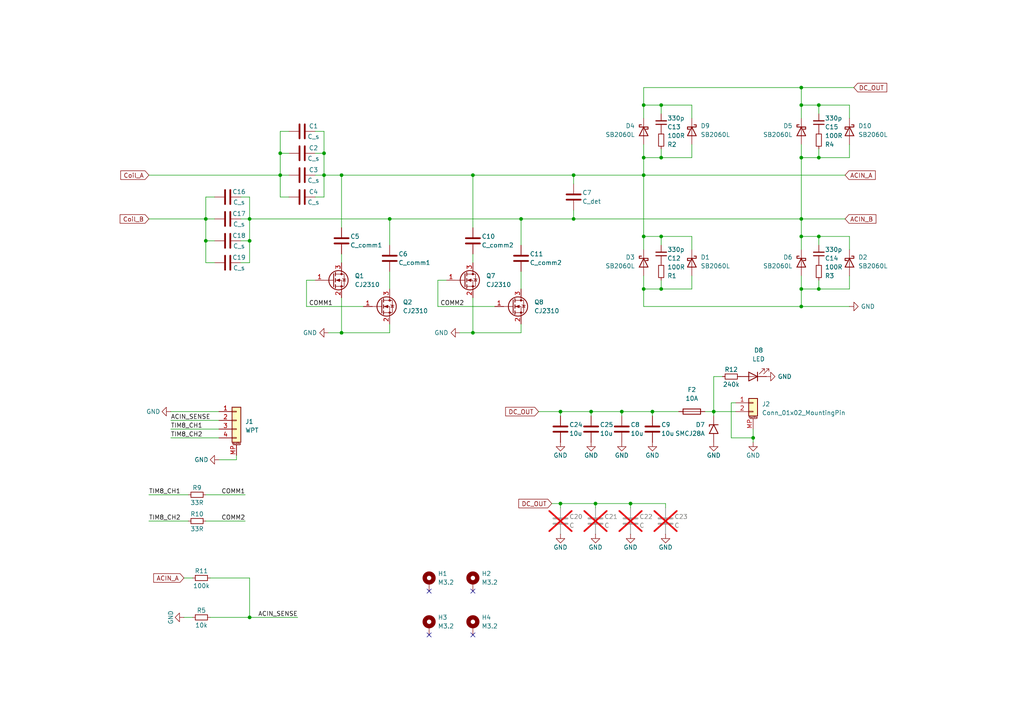
<source format=kicad_sch>
(kicad_sch (version 20231120) (generator "eeschema") (generator_version "8.0")
  (paper "A4")
  (lib_symbols
    (symbol "Connector_Generic_MountingPin:Conn_01x02_MountingPin" (pin_names (offset 1.016) hide)
      (property "Reference" "J" (at 0 2.54 0))
      (property "Value" "Conn_01x02_MountingPin" (at 1.27 -5.08 0))
      (symbol "Conn_01x02_MountingPin_1_1"
        (rectangle (start -1.27 -2.413) (end 0 -2.667) (stroke (width 0.1524)))
        (rectangle (start -1.27 0.127) (end 0 -0.127) (stroke (width 0.1524)))
        (rectangle (start -1.27 1.27) (end 1.27 -3.81) (stroke (width 0.254)) (fill (type background)))
        (polyline (pts (xy -1.016 -4.572) (xy 1.016 -4.572)) (stroke (width 0.1524)))
        (text "Mounting" (at 0 -4.191 0) (effects (font (size 0.381 0.381))))
        (pin passive line (at -5.08 0 0) (length 3.81) (name "Pin_1") (number "1"))
        (pin passive line (at -5.08 -2.54 0) (length 3.81) (name "Pin_2") (number "2"))
        (pin passive line (at 0 -7.62 90) (length 3.048) (name "MountPin") (number "MP"))
      )
    )
    (symbol "Connector_Generic_MountingPin:Conn_01x04_MountingPin" (pin_names (offset 1.016) hide)
      (property "Reference" "J" (at 0 5.08 0))
      (property "Value" "Conn_01x04_MountingPin" (at 1.27 -7.62 0))
      (symbol "Conn_01x04_MountingPin_1_1"
        (rectangle (start -1.27 -4.953) (end 0 -5.207) (stroke (width 0.1524)))
        (rectangle (start -1.27 -2.413) (end 0 -2.667) (stroke (width 0.1524)))
        (rectangle (start -1.27 0.127) (end 0 -0.127) (stroke (width 0.1524)))
        (rectangle (start -1.27 2.667) (end 0 2.413) (stroke (width 0.1524)))
        (rectangle (start -1.27 3.81) (end 1.27 -6.35) (stroke (width 0.254)) (fill (type background)))
        (polyline (pts (xy -1.016 -7.112) (xy 1.016 -7.112)) (stroke (width 0.1524)))
        (text "Mounting" (at 0 -6.731 0) (effects (font (size 0.381 0.381))))
        (pin passive line (at -5.08 2.54 0) (length 3.81) (name "Pin_1") (number "1"))
        (pin passive line (at -5.08 0 0) (length 3.81) (name "Pin_2") (number "2"))
        (pin passive line (at -5.08 -2.54 0) (length 3.81) (name "Pin_3") (number "3"))
        (pin passive line (at -5.08 -5.08 0) (length 3.81) (name "Pin_4") (number "4"))
        (pin passive line (at 0 -10.16 90) (length 3.048) (name "MountPin") (number "MP"))
      )
    )
    (symbol "Device:C" (pin_numbers hide) (pin_names (offset 0.254))
      (property "Reference" "C" (at 0.635 2.54 0))
      (property "Value" "C" (at 0.635 -2.54 0))
      (symbol "C_0_1"
        (polyline (pts (xy -2.032 -0.762) (xy 2.032 -0.762)) (stroke (width 0.508)))
        (polyline (pts (xy -2.032 0.762) (xy 2.032 0.762)) (stroke (width 0.508)))
      )
      (symbol "C_1_1"
        (pin passive line (at 0 3.81 270) (length 2.794) (name "~") (number "1"))
        (pin passive line (at 0 -3.81 90) (length 2.794) (name "~") (number "2"))
      )
    )
    (symbol "Device:C_Small" (pin_numbers hide) (pin_names (offset 0.254) hide)
      (property "Reference" "C" (at 0.254 1.778 0))
      (property "Value" "C_Small" (at 0.254 -2.032 0))
      (symbol "C_Small_0_1"
        (polyline (pts (xy -1.524 -0.508) (xy 1.524 -0.508)) (stroke (width 0.3302)))
        (polyline (pts (xy -1.524 0.508) (xy 1.524 0.508)) (stroke (width 0.3048)))
      )
      (symbol "C_Small_1_1"
        (pin passive line (at 0 2.54 270) (length 2.032) (name "~") (number "1"))
        (pin passive line (at 0 -2.54 90) (length 2.032) (name "~") (number "2"))
      )
    )
    (symbol "Device:D_Schottky" (pin_numbers hide) (pin_names (offset 1.016) hide)
      (property "Reference" "D" (at 0 2.54 0))
      (property "Value" "D_Schottky" (at 0 -2.54 0))
      (symbol "D_Schottky_0_1"
        (polyline (pts (xy 1.27 0) (xy -1.27 0)))
        (polyline (pts (xy 1.27 1.27) (xy 1.27 -1.27) (xy -1.27 0) (xy 1.27 1.27)) (stroke (width 0.254)))
        (polyline (pts (xy -1.905 0.635) (xy -1.905 1.27) (xy -1.27 1.27) (xy -1.27 -1.27) (xy -0.635 -1.27) (xy -0.635 -0.635)) (stroke (width 0.254)))
      )
      (symbol "D_Schottky_1_1"
        (pin passive line (at -3.81 0 0) (length 2.54) (name "K") (number "1"))
        (pin passive line (at 3.81 0 180) (length 2.54) (name "A") (number "2"))
      )
    )
    (symbol "Device:Fuse" (pin_numbers hide) (pin_names (offset 0))
      (property "Reference" "F" (at 2.032 0 90))
      (property "Value" "Fuse" (at -1.905 0 90))
      (symbol "Fuse_0_1"
        (rectangle (start -0.762 -2.54) (end 0.762 2.54) (stroke (width 0.254)))
        (polyline (pts (xy 0 2.54) (xy 0 -2.54)))
      )
      (symbol "Fuse_1_1"
        (pin passive line (at 0 3.81 270) (length 1.27) (name "~") (number "1"))
        (pin passive line (at 0 -3.81 90) (length 1.27) (name "~") (number "2"))
      )
    )
    (symbol "Device:LED" (pin_numbers hide) (pin_names (offset 1.016) hide)
      (property "Reference" "D" (at 0 2.54 0))
      (property "Value" "LED" (at 0 -2.54 0))
      (symbol "LED_0_1"
        (polyline (pts (xy -1.27 -1.27) (xy -1.27 1.27)) (stroke (width 0.254)))
        (polyline (pts (xy -1.27 0) (xy 1.27 0)))
        (polyline (pts (xy 1.27 -1.27) (xy 1.27 1.27) (xy -1.27 0) (xy 1.27 -1.27)) (stroke (width 0.254)))
        (polyline (pts (xy -3.048 -0.762) (xy -4.572 -2.286) (xy -3.81 -2.286) (xy -4.572 -2.286) (xy -4.572 -1.524)))
        (polyline (pts (xy -1.778 -0.762) (xy -3.302 -2.286) (xy -2.54 -2.286) (xy -3.302 -2.286) (xy -3.302 -1.524)))
      )
      (symbol "LED_1_1"
        (pin passive line (at -3.81 0 0) (length 2.54) (name "K") (number "1"))
        (pin passive line (at 3.81 0 180) (length 2.54) (name "A") (number "2"))
      )
    )
    (symbol "Device:R_Small" (pin_numbers hide) (pin_names (offset 0.254) hide)
      (property "Reference" "R" (at 0.762 0.508 0))
      (property "Value" "R_Small" (at 0.762 -1.016 0))
      (symbol "R_Small_0_1"
        (rectangle (start -0.762 1.778) (end 0.762 -1.778) (stroke (width 0.2032)))
      )
      (symbol "R_Small_1_1"
        (pin passive line (at 0 2.54 270) (length 0.762) (name "~") (number "1"))
        (pin passive line (at 0 -2.54 90) (length 0.762) (name "~") (number "2"))
      )
    )
    (symbol "Diode:1.5SMCxxA" (pin_numbers hide) (pin_names (offset 1.016) hide)
      (property "Reference" "D" (at 0 2.54 0))
      (property "Value" "1.5SMCxxA" (at 0 -2.54 0))
      (symbol "1.5SMCxxA_0_1"
        (polyline (pts (xy -0.762 1.27) (xy -1.27 1.27) (xy -1.27 -1.27)) (stroke (width 0.254)))
        (polyline (pts (xy 1.27 1.27) (xy 1.27 -1.27) (xy -1.27 0) (xy 1.27 1.27)) (stroke (width 0.254)))
      )
      (symbol "1.5SMCxxA_1_1"
        (pin passive line (at -3.81 0 0) (length 2.54) (name "A1") (number "1"))
        (pin passive line (at 3.81 0 180) (length 2.54) (name "A2") (number "2"))
      )
    )
    (symbol "Mechanical:MountingHole_Pad" (pin_numbers hide) (pin_names (offset 1.016) hide) (exclude_from_sim yes) (in_bom no)
      (property "Reference" "H" (at 0 6.35 0))
      (property "Value" "MountingHole_Pad" (at 0 4.445 0))
      (symbol "MountingHole_Pad_0_1"
        (circle (center 0 1.27) (radius 1.27) (stroke (width 1.27)))
      )
      (symbol "MountingHole_Pad_1_1"
        (pin input line (at 0 -2.54 90) (length 2.54) (name "1") (number "1"))
      )
    )
    (symbol "Transistor_FET:2N7002" (pin_names hide)
      (property "Reference" "Q" (at 5.08 1.905 0))
      (property "Value" "2N7002" (at 5.08 0 0))
      (symbol "2N7002_0_1"
        (polyline (pts (xy 0.254 0) (xy -2.54 0)))
        (polyline (pts (xy 0.254 1.905) (xy 0.254 -1.905)) (stroke (width 0.254)))
        (polyline (pts (xy 0.762 -1.27) (xy 0.762 -2.286)) (stroke (width 0.254)))
        (polyline (pts (xy 0.762 0.508) (xy 0.762 -0.508)) (stroke (width 0.254)))
        (polyline (pts (xy 0.762 2.286) (xy 0.762 1.27)) (stroke (width 0.254)))
        (polyline (pts (xy 2.54 2.54) (xy 2.54 1.778)))
        (polyline (pts (xy 2.54 -2.54) (xy 2.54 0) (xy 0.762 0)))
        (polyline (pts (xy 0.762 -1.778) (xy 3.302 -1.778) (xy 3.302 1.778) (xy 0.762 1.778)))
        (polyline (pts (xy 1.016 0) (xy 2.032 0.381) (xy 2.032 -0.381) (xy 1.016 0)) (fill (type outline)))
        (polyline (pts (xy 2.794 0.508) (xy 2.921 0.381) (xy 3.683 0.381) (xy 3.81 0.254)))
        (polyline (pts (xy 3.302 0.381) (xy 2.921 -0.254) (xy 3.683 -0.254) (xy 3.302 0.381)))
        (circle (center 1.651 0) (radius 2.794) (stroke (width 0.254)))
        (circle (center 2.54 -1.778) (radius 0.254) (fill (type outline)))
        (circle (center 2.54 1.778) (radius 0.254) (fill (type outline)))
      )
      (symbol "2N7002_1_1"
        (pin input line (at -5.08 0 0) (length 2.54) (name "G") (number "1"))
        (pin passive line (at 2.54 -5.08 90) (length 2.54) (name "S") (number "2"))
        (pin passive line (at 2.54 5.08 270) (length 2.54) (name "D") (number "3"))
      )
    )
    (symbol "power:GND" (power) (pin_numbers hide) (pin_names (offset 0) hide)
      (property "Value" "GND" (at 0 -3.81 0))
      (symbol "GND_0_1"
        (polyline (pts (xy 0 0) (xy 0 -1.27) (xy 1.27 -1.27) (xy 0 -2.54) (xy -1.27 -1.27) (xy 0 -1.27)))
      )
      (symbol "GND_1_1"
        (pin power_in line (at 0 0 270) (length 0) (name "~") (number "1"))
      )
    )
  )
  (junction (at 59.69 63.5))
  (junction (at 93.98 50.8))
  (junction (at 162.56 146.05))
  (junction (at 186.69 83.82))
  (junction (at 232.41 45.72))
  (junction (at 166.37 50.8))
  (junction (at 72.39 179.07))
  (junction (at 237.49 30.48))
  (junction (at 99.06 96.52))
  (junction (at 191.77 68.58))
  (junction (at 166.37 63.5))
  (junction (at 191.77 83.82))
  (junction (at 151.13 63.5))
  (junction (at 191.77 45.72))
  (junction (at 191.77 30.48))
  (junction (at 218.44 127))
  (junction (at 72.39 63.5))
  (junction (at 113.03 63.5))
  (junction (at 207.01 119.38))
  (junction (at 93.98 44.45))
  (junction (at 186.69 30.48))
  (junction (at 81.28 50.8))
  (junction (at 237.49 45.72))
  (junction (at 237.49 83.82))
  (junction (at 186.69 68.58))
  (junction (at 232.41 63.5))
  (junction (at 232.41 25.4))
  (junction (at 237.49 68.58))
  (junction (at 232.41 83.82))
  (junction (at 232.41 68.58))
  (junction (at 162.56 119.38))
  (junction (at 232.41 88.9))
  (junction (at 171.45 119.38))
  (junction (at 137.16 96.52))
  (junction (at 186.69 50.8))
  (junction (at 172.72 146.05))
  (junction (at 182.88 146.05))
  (junction (at 137.16 50.8))
  (junction (at 232.41 30.48))
  (junction (at 81.28 44.45))
  (junction (at 59.69 69.85))
  (junction (at 72.39 69.85))
  (junction (at 186.69 45.72))
  (junction (at 180.34 119.38))
  (junction (at 99.06 50.8))
  (junction (at 189.23 119.38))
  (no_connect (at 137.16 184.15))
  (no_connect (at 137.16 171.45))
  (no_connect (at 124.46 171.45))
  (no_connect (at 124.46 184.15))
  (wire (pts (xy 182.88 146.05) (xy 182.88 147.32)))
  (wire (pts (xy 43.18 143.51) (xy 54.61 143.51)))
  (wire (pts (xy 59.69 63.5) (xy 62.23 63.5)))
  (wire (pts (xy 72.39 63.5) (xy 72.39 57.15)))
  (wire (pts (xy 193.04 146.05) (xy 193.04 147.32)))
  (wire (pts (xy 83.82 50.8) (xy 81.28 50.8)))
  (wire (pts (xy 81.28 38.1) (xy 81.28 44.45)))
  (wire (pts (xy 204.47 119.38) (xy 207.01 119.38)))
  (wire (pts (xy 53.34 179.07) (xy 55.88 179.07)))
  (wire (pts (xy 191.77 43.18) (xy 191.77 45.72)))
  (wire (pts (xy 59.69 143.51) (xy 71.12 143.51)))
  (wire (pts (xy 69.85 69.85) (xy 72.39 69.85)))
  (wire (pts (xy 151.13 63.5) (xy 166.37 63.5)))
  (wire (pts (xy 246.38 41.91) (xy 246.38 45.72)))
  (wire (pts (xy 166.37 63.5) (xy 232.41 63.5)))
  (wire (pts (xy 53.34 167.64) (xy 55.88 167.64)))
  (wire (pts (xy 232.41 83.82) (xy 232.41 80.01)))
  (wire (pts (xy 186.69 88.9) (xy 232.41 88.9)))
  (wire (pts (xy 113.03 63.5) (xy 151.13 63.5)))
  (wire (pts (xy 68.58 132.08) (xy 68.58 133.35)))
  (wire (pts (xy 191.77 68.58) (xy 186.69 68.58)))
  (wire (pts (xy 59.69 63.5) (xy 59.69 69.85)))
  (wire (pts (xy 237.49 68.58) (xy 232.41 68.58)))
  (wire (pts (xy 99.06 76.2) (xy 99.06 73.66)))
  (wire (pts (xy 137.16 50.8) (xy 166.37 50.8)))
  (wire (pts (xy 232.41 41.91) (xy 232.41 45.72)))
  (wire (pts (xy 237.49 43.18) (xy 237.49 45.72)))
  (wire (pts (xy 218.44 127) (xy 218.44 128.27)))
  (wire (pts (xy 137.16 86.36) (xy 137.16 96.52)))
  (wire (pts (xy 62.23 57.15) (xy 59.69 57.15)))
  (wire (pts (xy 69.85 63.5) (xy 72.39 63.5)))
  (wire (pts (xy 200.66 68.58) (xy 191.77 68.58)))
  (wire (pts (xy 191.77 45.72) (xy 186.69 45.72)))
  (wire (pts (xy 186.69 68.58) (xy 186.69 72.39)))
  (wire (pts (xy 83.82 38.1) (xy 81.28 38.1)))
  (wire (pts (xy 133.35 96.52) (xy 137.16 96.52)))
  (wire (pts (xy 191.77 83.82) (xy 186.69 83.82)))
  (wire (pts (xy 237.49 83.82) (xy 232.41 83.82)))
  (wire (pts (xy 91.44 57.15) (xy 93.98 57.15)))
  (wire (pts (xy 151.13 71.12) (xy 151.13 63.5)))
  (wire (pts (xy 72.39 69.85) (xy 72.39 63.5)))
  (wire (pts (xy 218.44 127) (xy 212.09 127)))
  (wire (pts (xy 95.25 96.52) (xy 99.06 96.52)))
  (wire (pts (xy 200.66 34.29) (xy 200.66 30.48)))
  (wire (pts (xy 186.69 83.82) (xy 186.69 88.9)))
  (wire (pts (xy 151.13 78.74) (xy 151.13 83.82)))
  (wire (pts (xy 137.16 76.2) (xy 137.16 73.66)))
  (wire (pts (xy 72.39 167.64) (xy 60.96 167.64)))
  (wire (pts (xy 207.01 119.38) (xy 207.01 120.65)))
  (wire (pts (xy 88.9 88.9) (xy 88.9 81.28)))
  (wire (pts (xy 156.21 119.38) (xy 162.56 119.38)))
  (wire (pts (xy 232.41 63.5) (xy 245.11 63.5)))
  (wire (pts (xy 200.66 83.82) (xy 191.77 83.82)))
  (wire (pts (xy 162.56 119.38) (xy 162.56 120.65)))
  (wire (pts (xy 99.06 50.8) (xy 99.06 66.04)))
  (wire (pts (xy 191.77 68.58) (xy 191.77 71.12)))
  (wire (pts (xy 232.41 68.58) (xy 232.41 72.39)))
  (wire (pts (xy 43.18 50.8) (xy 81.28 50.8)))
  (wire (pts (xy 93.98 50.8) (xy 99.06 50.8)))
  (wire (pts (xy 232.41 88.9) (xy 246.38 88.9)))
  (wire (pts (xy 72.39 179.07) (xy 72.39 167.64)))
  (wire (pts (xy 246.38 83.82) (xy 237.49 83.82)))
  (wire (pts (xy 237.49 81.28) (xy 237.49 83.82)))
  (wire (pts (xy 246.38 72.39) (xy 246.38 68.58)))
  (wire (pts (xy 232.41 25.4) (xy 232.41 30.48)))
  (wire (pts (xy 72.39 76.2) (xy 72.39 69.85)))
  (wire (pts (xy 49.53 121.92) (xy 63.5 121.92)))
  (wire (pts (xy 200.66 80.01) (xy 200.66 83.82)))
  (wire (pts (xy 160.02 146.05) (xy 162.56 146.05)))
  (wire (pts (xy 186.69 25.4) (xy 232.41 25.4)))
  (wire (pts (xy 200.66 72.39) (xy 200.66 68.58)))
  (wire (pts (xy 113.03 71.12) (xy 113.03 63.5)))
  (wire (pts (xy 72.39 63.5) (xy 113.03 63.5)))
  (wire (pts (xy 212.09 116.84) (xy 213.36 116.84)))
  (wire (pts (xy 88.9 81.28) (xy 91.44 81.28)))
  (wire (pts (xy 162.56 146.05) (xy 172.72 146.05)))
  (wire (pts (xy 246.38 68.58) (xy 237.49 68.58)))
  (wire (pts (xy 207.01 119.38) (xy 213.36 119.38)))
  (wire (pts (xy 113.03 96.52) (xy 113.03 93.98)))
  (wire (pts (xy 59.69 76.2) (xy 62.23 76.2)))
  (wire (pts (xy 162.56 119.38) (xy 171.45 119.38)))
  (wire (pts (xy 186.69 50.8) (xy 186.69 68.58)))
  (wire (pts (xy 166.37 60.96) (xy 166.37 63.5)))
  (wire (pts (xy 186.69 50.8) (xy 245.11 50.8)))
  (wire (pts (xy 191.77 30.48) (xy 191.77 33.02)))
  (wire (pts (xy 99.06 50.8) (xy 137.16 50.8)))
  (wire (pts (xy 127 88.9) (xy 127 81.28)))
  (wire (pts (xy 200.66 30.48) (xy 191.77 30.48)))
  (wire (pts (xy 83.82 44.45) (xy 81.28 44.45)))
  (wire (pts (xy 81.28 57.15) (xy 83.82 57.15)))
  (wire (pts (xy 189.23 119.38) (xy 189.23 120.65)))
  (wire (pts (xy 186.69 34.29) (xy 186.69 30.48)))
  (wire (pts (xy 49.53 119.38) (xy 63.5 119.38)))
  (wire (pts (xy 186.69 30.48) (xy 186.69 25.4)))
  (wire (pts (xy 59.69 69.85) (xy 59.69 76.2)))
  (wire (pts (xy 237.49 30.48) (xy 232.41 30.48)))
  (wire (pts (xy 237.49 30.48) (xy 237.49 33.02)))
  (wire (pts (xy 232.41 30.48) (xy 232.41 34.29)))
  (wire (pts (xy 232.41 25.4) (xy 247.65 25.4)))
  (wire (pts (xy 81.28 50.8) (xy 81.28 57.15)))
  (wire (pts (xy 72.39 179.07) (xy 86.36 179.07)))
  (wire (pts (xy 191.77 81.28) (xy 191.77 83.82)))
  (wire (pts (xy 69.85 76.2) (xy 72.39 76.2)))
  (wire (pts (xy 127 81.28) (xy 129.54 81.28)))
  (wire (pts (xy 49.53 124.46) (xy 63.5 124.46)))
  (wire (pts (xy 105.41 88.9) (xy 88.9 88.9)))
  (wire (pts (xy 209.55 109.22) (xy 207.01 109.22)))
  (wire (pts (xy 172.72 146.05) (xy 182.88 146.05)))
  (wire (pts (xy 93.98 57.15) (xy 93.98 50.8)))
  (wire (pts (xy 62.23 69.85) (xy 59.69 69.85)))
  (wire (pts (xy 99.06 86.36) (xy 99.06 96.52)))
  (wire (pts (xy 49.53 127) (xy 63.5 127)))
  (wire (pts (xy 232.41 88.9) (xy 232.41 83.82)))
  (wire (pts (xy 186.69 80.01) (xy 186.69 83.82)))
  (wire (pts (xy 246.38 30.48) (xy 237.49 30.48)))
  (wire (pts (xy 232.41 45.72) (xy 237.49 45.72)))
  (wire (pts (xy 137.16 50.8) (xy 137.16 66.04)))
  (wire (pts (xy 237.49 68.58) (xy 237.49 71.12)))
  (wire (pts (xy 218.44 124.46) (xy 218.44 127)))
  (wire (pts (xy 186.69 41.91) (xy 186.69 45.72)))
  (wire (pts (xy 232.41 63.5) (xy 232.41 68.58)))
  (wire (pts (xy 81.28 44.45) (xy 81.28 50.8)))
  (wire (pts (xy 189.23 119.38) (xy 196.85 119.38)))
  (wire (pts (xy 43.18 151.13) (xy 54.61 151.13)))
  (wire (pts (xy 93.98 44.45) (xy 93.98 38.1)))
  (wire (pts (xy 99.06 96.52) (xy 113.03 96.52)))
  (wire (pts (xy 200.66 41.91) (xy 200.66 45.72)))
  (wire (pts (xy 246.38 45.72) (xy 237.49 45.72)))
  (wire (pts (xy 246.38 34.29) (xy 246.38 30.48)))
  (wire (pts (xy 91.44 50.8) (xy 93.98 50.8)))
  (wire (pts (xy 91.44 38.1) (xy 93.98 38.1)))
  (wire (pts (xy 93.98 50.8) (xy 93.98 44.45)))
  (wire (pts (xy 151.13 96.52) (xy 151.13 93.98)))
  (wire (pts (xy 63.5 133.35) (xy 68.58 133.35)))
  (wire (pts (xy 180.34 119.38) (xy 180.34 120.65)))
  (wire (pts (xy 200.66 45.72) (xy 191.77 45.72)))
  (wire (pts (xy 171.45 119.38) (xy 180.34 119.38)))
  (wire (pts (xy 59.69 151.13) (xy 71.12 151.13)))
  (wire (pts (xy 212.09 127) (xy 212.09 116.84)))
  (wire (pts (xy 207.01 109.22) (xy 207.01 119.38)))
  (wire (pts (xy 186.69 45.72) (xy 186.69 50.8)))
  (wire (pts (xy 180.34 119.38) (xy 189.23 119.38)))
  (wire (pts (xy 143.51 88.9) (xy 127 88.9)))
  (wire (pts (xy 246.38 80.01) (xy 246.38 83.82)))
  (wire (pts (xy 171.45 119.38) (xy 171.45 120.65)))
  (wire (pts (xy 191.77 30.48) (xy 186.69 30.48)))
  (wire (pts (xy 60.96 179.07) (xy 72.39 179.07)))
  (wire (pts (xy 182.88 146.05) (xy 193.04 146.05)))
  (wire (pts (xy 69.85 57.15) (xy 72.39 57.15)))
  (wire (pts (xy 232.41 45.72) (xy 232.41 63.5)))
  (wire (pts (xy 59.69 57.15) (xy 59.69 63.5)))
  (wire (pts (xy 166.37 50.8) (xy 186.69 50.8)))
  (wire (pts (xy 137.16 96.52) (xy 151.13 96.52)))
  (wire (pts (xy 162.56 146.05) (xy 162.56 147.32)))
  (wire (pts (xy 113.03 78.74) (xy 113.03 83.82)))
  (wire (pts (xy 43.18 63.5) (xy 59.69 63.5)))
  (wire (pts (xy 91.44 44.45) (xy 93.98 44.45)))
  (wire (pts (xy 166.37 50.8) (xy 166.37 53.34)))
  (wire (pts (xy 172.72 146.05) (xy 172.72 147.32)))
  (label "COMM1" (at 71.12 143.51 180))
  (label "TIM8_CH1" (at 49.53 124.46 0))
  (label "TIM8_CH1" (at 43.18 143.51 0))
  (label "ACIN_SENSE" (at 86.36 179.07 180))
  (label "TIM8_CH2" (at 49.53 127 0))
  (label "COMM2" (at 134.62 88.9 180))
  (label "COMM1" (at 96.52 88.9 180))
  (label "TIM8_CH2" (at 43.18 151.13 0))
  (label "COMM2" (at 71.12 151.13 180))
  (label "ACIN_SENSE" (at 49.53 121.92 0))
  (global_label "ACIN_A" (shape input) (at 53.34 167.64 180) (property "Intersheetrefs" "${INTERSHEET_REFS}" (effects (hide yes))))
  (global_label "DC_OUT" (shape input) (at 247.65 25.4 0) (property "Intersheetrefs" "${INTERSHEET_REFS}" (effects (hide yes))))
  (global_label "DC_OUT" (shape input) (at 160.02 146.05 180) (property "Intersheetrefs" "${INTERSHEET_REFS}" (effects (hide yes))))
  (global_label "Coil_B" (shape input) (at 43.18 63.5 180) (property "Intersheetrefs" "${INTERSHEET_REFS}" (effects (hide yes))))
  (global_label "ACIN_B" (shape input) (at 245.11 63.5 0) (property "Intersheetrefs" "${INTERSHEET_REFS}" (effects (hide yes))))
  (global_label "Coil_A" (shape input) (at 43.18 50.8 180) (property "Intersheetrefs" "${INTERSHEET_REFS}" (effects (hide yes))))
  (global_label "ACIN_A" (shape input) (at 245.11 50.8 0) (property "Intersheetrefs" "${INTERSHEET_REFS}" (effects (hide yes))))
  (global_label "DC_OUT" (shape input) (at 156.21 119.38 180) (property "Intersheetrefs" "${INTERSHEET_REFS}" (effects (hide yes))))
  (symbol (lib_id "power:GND") (at 246.38 88.9 90) (unit 1)
    (property "Reference" "#PWR012" (effects (hide yes)))
    (property "Value" "GND" (at 251.714 88.9 90))
    (property "Description" "Power symbol creates a global label with name \"GND\" , ground" (effects (hide yes)))
  )
  (symbol (lib_id "Device:C") (at 151.13 74.93 0) (unit 1)
    (property "Reference" "C11" (at 153.67 73.66 0) (effects (justify left)))
    (property "Value" "C_comm2" (at 153.67 76.2 0) (effects (justify left)))
    (property "Footprint" "Capacitor_SMD:C_1206_3216Metric" (effects (hide yes)))
    (property "Description" "Unpolarized capacitor" (effects (hide yes)))
  )
  (symbol (lib_id "Device:C") (at 66.04 57.15 90) (unit 1)
    (property "Reference" "C16" (at 69.342 55.626 90))
    (property "Value" "C_s" (at 69.342 58.674 90))
    (property "Footprint" "Capacitor_SMD:C_1206_3216Metric" (effects (hide yes)))
    (property "Description" "Unpolarized capacitor" (effects (hide yes)))
  )
  (symbol (lib_id "power:GND") (at 182.88 154.94 0) (unit 1)
    (property "Reference" "#PWR07" (effects (hide yes)))
    (property "Value" "GND" (at 182.88 158.75 0))
  )
  (symbol (lib_id "power:GND") (at 193.04 154.94 0) (unit 1)
    (property "Reference" "#PWR08" (effects (hide yes)))
    (property "Value" "GND" (at 193.04 158.75 0))
  )
  (symbol (lib_id "Diode:1.5SMCxxA") (at 207.01 124.46 90) (mirror x) (unit 1)
    (property "Reference" "D7" (at 204.47 123.1899 90) (effects (justify left)))
    (property "Value" "SMCJ28A" (at 204.47 125.7299 90) (effects (justify left)))
    (property "Footprint" "Diode_SMD:D_SMC" (effects (hide yes)))
    (property "Datasheet" "https://www.vishay.com/docs/88303/15smc.pdf" (effects (hide yes)))
    (property "Description" "1500W unidirectional TVS diode, SMC (DO-201AB)" (effects (hide yes)))
  )
  (symbol (lib_id "Device:R_Small") (at 57.15 151.13 90) (unit 1)
    (property "Reference" "R10" (at 57.15 149.098 90))
    (property "Value" "33R" (at 57.15 153.416 90))
    (property "Footprint" "Resistor_SMD:R_0603_1608Metric" (effects (hide yes)))
    (property "Description" "Resistor, small symbol" (effects (hide yes)))
  )
  (symbol (lib_id "power:GND") (at 180.34 128.27 0) (unit 1)
    (property "Reference" "#PWR022" (effects (hide yes)))
    (property "Value" "GND" (at 180.34 132.08 0))
  )
  (symbol (lib_id "Transistor_FET:2N7002") (at 110.49 88.9 0) (unit 1)
    (property "Reference" "Q2" (at 116.84 87.6299 0) (effects (justify left)))
    (property "Value" "CJ2310" (at 116.84 90.1699 0) (effects (justify left)))
    (property "Footprint" "Package_TO_SOT_SMD:SOT-23" (effects (hide yes)))
    (property "Datasheet" "https://www.onsemi.com/pub/Collateral/NDS7002A-D.PDF" (effects (hide yes)))
    (property "Description" "0.115A Id, 60V Vds, N-Channel MOSFET, SOT-23" (effects (hide yes)))
  )
  (symbol (lib_id "Device:R_Small") (at 58.42 179.07 90) (unit 1)
    (property "Reference" "R5" (at 58.42 177.038 90))
    (property "Value" "10k" (at 58.42 181.356 90))
    (property "Footprint" "Resistor_SMD:R_0603_1608Metric" (effects (hide yes)))
    (property "Description" "Resistor, small symbol" (effects (hide yes)))
  )
  (symbol (lib_id "Device:D_Schottky") (at 246.38 76.2 270) (unit 1)
    (property "Reference" "D2" (at 248.92 74.6124 90) (effects (justify left)))
    (property "Value" "SB2060L" (at 248.92 77.1524 90) (effects (justify left)))
    (property "Footprint" "AEX7 Others:D_PowerDI-5_3D" (effects (hide yes)))
    (property "Description" "Schottky diode" (effects (hide yes)))
  )
  (symbol (lib_id "Device:C") (at 162.56 151.13 0) (unit 1) (dnp yes)
    (property "Reference" "C20" (at 165.1 149.86 0) (effects (justify left)))
    (property "Value" "C" (at 165.1 152.4 0) (effects (justify left)))
    (property "Footprint" "Capacitor_SMD:C_1210_3225Metric" (effects (hide yes)))
    (property "Description" "Unpolarized capacitor" (effects (hide yes)))
  )
  (symbol (lib_id "Device:C") (at 189.23 124.46 0) (unit 1)
    (property "Reference" "C9" (at 191.77 123.19 0) (effects (justify left)))
    (property "Value" "10u" (at 191.77 125.73 0) (effects (justify left)))
    (property "Footprint" "Capacitor_SMD:C_1206_3216Metric" (effects (hide yes)))
    (property "Description" "Unpolarized capacitor" (effects (hide yes)))
  )
  (symbol (lib_id "Device:R_Small") (at 191.77 78.74 0) (mirror x) (unit 1)
    (property "Reference" "R1" (at 193.548 80.01 0) (effects (justify left)))
    (property "Value" "100R" (at 193.548 77.47 0) (effects (justify left)))
    (property "Footprint" "Resistor_SMD:R_0603_1608Metric" (effects (hide yes)))
    (property "Description" "Resistor, small symbol" (effects (hide yes)))
  )
  (symbol (lib_id "Device:C") (at 193.04 151.13 0) (unit 1) (dnp yes)
    (property "Reference" "C23" (at 195.58 149.86 0) (effects (justify left)))
    (property "Value" "C" (at 195.58 152.4 0) (effects (justify left)))
    (property "Footprint" "Capacitor_SMD:C_1210_3225Metric" (effects (hide yes)))
    (property "Description" "Unpolarized capacitor" (effects (hide yes)))
  )
  (symbol (lib_id "Device:D_Schottky") (at 200.66 38.1 270) (unit 1)
    (property "Reference" "D9" (at 203.2 36.5124 90) (effects (justify left)))
    (property "Value" "SB2060L" (at 203.2 39.0524 90) (effects (justify left)))
    (property "Footprint" "AEX7 Others:D_PowerDI-5_3D" (effects (hide yes)))
    (property "Description" "Schottky diode" (effects (hide yes)))
  )
  (symbol (lib_id "Device:C_Small") (at 237.49 73.66 0) (mirror x) (unit 1)
    (property "Reference" "C14" (at 239.268 74.9237 0) (effects (justify left)))
    (property "Value" "330p" (at 239.268 72.3837 0) (effects (justify left)))
    (property "Footprint" "Capacitor_SMD:C_0603_1608Metric" (effects (hide yes)))
    (property "Description" "Unpolarized capacitor, small symbol" (effects (hide yes)))
  )
  (symbol (lib_id "power:GND") (at 162.56 128.27 0) (unit 1)
    (property "Reference" "#PWR024" (effects (hide yes)))
    (property "Value" "GND" (at 162.56 132.08 0))
  )
  (symbol (lib_id "Device:D_Schottky") (at 246.38 38.1 270) (unit 1)
    (property "Reference" "D10" (at 248.92 36.5124 90) (effects (justify left)))
    (property "Value" "SB2060L" (at 248.92 39.0524 90) (effects (justify left)))
    (property "Footprint" "AEX7 Others:D_PowerDI-5_3D" (effects (hide yes)))
    (property "Description" "Schottky diode" (effects (hide yes)))
  )
  (symbol (lib_id "Device:LED") (at 218.44 109.22 180) (unit 1)
    (property "Reference" "D8" (at 220.0275 101.6 0))
    (property "Value" "LED" (at 220.0275 104.14 0))
    (property "Footprint" "LED_SMD:LED_0603_1608Metric" (effects (hide yes)))
    (property "Description" "Light emitting diode" (effects (hide yes)))
  )
  (symbol (lib_id "Mechanical:MountingHole_Pad") (at 137.16 168.91 0) (unit 1) (exclude_from_sim yes) (in_bom no)
    (property "Reference" "H2" (at 139.7 166.3699 0) (effects (justify left)))
    (property "Value" "M3.2" (at 139.7 168.9099 0) (effects (justify left)))
    (property "Footprint" "MountingHole:MountingHole_3.2mm_M3_DIN965_Pad" (effects (hide yes)))
    (property "Description" "Mounting Hole with connection" (effects (hide yes)))
  )
  (symbol (lib_id "Device:C") (at 172.72 151.13 0) (unit 1) (dnp yes)
    (property "Reference" "C21" (at 175.26 149.86 0) (effects (justify left)))
    (property "Value" "C" (at 175.26 152.4 0) (effects (justify left)))
    (property "Footprint" "Capacitor_SMD:C_1210_3225Metric" (effects (hide yes)))
    (property "Description" "Unpolarized capacitor" (effects (hide yes)))
  )
  (symbol (lib_id "power:GND") (at 189.23 128.27 0) (unit 1)
    (property "Reference" "#PWR021" (effects (hide yes)))
    (property "Value" "GND" (at 189.23 132.08 0))
  )
  (symbol (lib_id "Connector_Generic_MountingPin:Conn_01x04_MountingPin") (at 68.58 121.92 0) (unit 1)
    (property "Reference" "J1" (at 71.12 122.2755 0) (effects (justify left)))
    (property "Value" "WPT" (at 71.12 124.8155 0) (effects (justify left)))
    (property "Footprint" "Connector_JST:JST_GH_SM04B-GHS-TB_1x04-1MP_P1.25mm_Horizontal" (effects (hide yes)))
    (property "Description" "Generic connectable mounting pin connector, single row, 01x04, script generated (kicad-library-utils/schlib/autogen/connector/)" (effects (hide yes)))
  )
  (symbol (lib_id "Mechanical:MountingHole_Pad") (at 124.46 168.91 0) (unit 1) (exclude_from_sim yes) (in_bom no)
    (property "Reference" "H1" (at 127 166.3699 0) (effects (justify left)))
    (property "Value" "M3.2" (at 127 168.9099 0) (effects (justify left)))
    (property "Footprint" "MountingHole:MountingHole_3.2mm_M3_DIN965_Pad" (effects (hide yes)))
    (property "Description" "Mounting Hole with connection" (effects (hide yes)))
  )
  (symbol (lib_id "Device:C") (at 137.16 69.85 0) (unit 1)
    (property "Reference" "C10" (at 139.7 68.58 0) (effects (justify left)))
    (property "Value" "C_comm2" (at 139.7 71.12 0) (effects (justify left)))
    (property "Footprint" "Capacitor_SMD:C_1206_3216Metric" (effects (hide yes)))
    (property "Description" "Unpolarized capacitor" (effects (hide yes)))
  )
  (symbol (lib_id "power:GND") (at 222.25 109.22 90) (unit 1)
    (property "Reference" "#PWR025" (effects (hide yes)))
    (property "Value" "GND" (at 227.584 109.22 90))
    (property "Description" "Power symbol creates a global label with name \"GND\" , ground" (effects (hide yes)))
  )
  (symbol (lib_id "Device:R_Small") (at 57.15 143.51 90) (unit 1)
    (property "Reference" "R9" (at 57.15 141.478 90))
    (property "Value" "33R" (at 57.15 145.796 90))
    (property "Footprint" "Resistor_SMD:R_0603_1608Metric" (effects (hide yes)))
    (property "Description" "Resistor, small symbol" (effects (hide yes)))
  )
  (symbol (lib_id "power:GND") (at 63.5 133.35 270) (unit 1)
    (property "Reference" "#PWR02" (effects (hide yes)))
    (property "Value" "GND" (at 58.42 133.35 90))
  )
  (symbol (lib_id "Device:Fuse") (at 200.66 119.38 90) (unit 1)
    (property "Reference" "F2" (at 200.66 113.03 90))
    (property "Value" "10A" (at 200.66 115.57 90))
    (property "Footprint" "Fuse:Fuseholder_Littelfuse_Nano2_157x" (effects (hide yes)))
    (property "Description" "Fuse" (effects (hide yes)))
  )
  (symbol (lib_id "Device:C_Small") (at 191.77 73.66 0) (mirror x) (unit 1)
    (property "Reference" "C12" (at 193.548 74.9237 0) (effects (justify left)))
    (property "Value" "330p" (at 193.548 72.3837 0) (effects (justify left)))
    (property "Footprint" "Capacitor_SMD:C_0603_1608Metric" (effects (hide yes)))
    (property "Description" "Unpolarized capacitor, small symbol" (effects (hide yes)))
  )
  (symbol (lib_id "Mechanical:MountingHole_Pad") (at 124.46 181.61 0) (unit 1) (exclude_from_sim yes) (in_bom no)
    (property "Reference" "H3" (at 127 179.0699 0) (effects (justify left)))
    (property "Value" "M3.2" (at 127 181.6099 0) (effects (justify left)))
    (property "Footprint" "MountingHole:MountingHole_3.2mm_M3_DIN965_Pad" (effects (hide yes)))
    (property "Description" "Mounting Hole with connection" (effects (hide yes)))
  )
  (symbol (lib_id "power:GND") (at 172.72 154.94 0) (unit 1)
    (property "Reference" "#PWR06" (effects (hide yes)))
    (property "Value" "GND" (at 172.72 158.75 0))
  )
  (symbol (lib_id "Transistor_FET:2N7002") (at 134.62 81.28 0) (unit 1)
    (property "Reference" "Q7" (at 140.97 80.0099 0) (effects (justify left)))
    (property "Value" "CJ2310" (at 140.97 82.5499 0) (effects (justify left)))
    (property "Footprint" "Package_TO_SOT_SMD:SOT-23" (effects (hide yes)))
    (property "Datasheet" "https://www.onsemi.com/pub/Collateral/NDS7002A-D.PDF" (effects (hide yes)))
    (property "Description" "0.115A Id, 60V Vds, N-Channel MOSFET, SOT-23" (effects (hide yes)))
  )
  (symbol (lib_id "Device:R_Small") (at 191.77 40.64 0) (mirror x) (unit 1)
    (property "Reference" "R2" (at 193.548 41.91 0) (effects (justify left)))
    (property "Value" "100R" (at 193.548 39.37 0) (effects (justify left)))
    (property "Footprint" "Resistor_SMD:R_0603_1608Metric" (effects (hide yes)))
    (property "Description" "Resistor, small symbol" (effects (hide yes)))
  )
  (symbol (lib_id "Device:C") (at 66.04 76.2 90) (unit 1)
    (property "Reference" "C19" (at 69.342 74.676 90))
    (property "Value" "C_s" (at 69.342 77.724 90))
    (property "Footprint" "Capacitor_SMD:C_1206_3216Metric" (effects (hide yes)))
    (property "Description" "Unpolarized capacitor" (effects (hide yes)))
  )
  (symbol (lib_id "Device:D_Schottky") (at 232.41 76.2 90) (mirror x) (unit 1)
    (property "Reference" "D6" (at 229.87 74.6124 90) (effects (justify left)))
    (property "Value" "SB2060L" (at 229.87 77.1524 90) (effects (justify left)))
    (property "Footprint" "AEX7 Others:D_PowerDI-5_3D" (effects (hide yes)))
    (property "Description" "Schottky diode" (effects (hide yes)))
  )
  (symbol (lib_id "Transistor_FET:2N7002") (at 148.59 88.9 0) (unit 1)
    (property "Reference" "Q8" (at 154.94 87.6299 0) (effects (justify left)))
    (property "Value" "CJ2310" (at 154.94 90.1699 0) (effects (justify left)))
    (property "Footprint" "Package_TO_SOT_SMD:SOT-23" (effects (hide yes)))
    (property "Datasheet" "https://www.onsemi.com/pub/Collateral/NDS7002A-D.PDF" (effects (hide yes)))
    (property "Description" "0.115A Id, 60V Vds, N-Channel MOSFET, SOT-23" (effects (hide yes)))
  )
  (symbol (lib_id "Device:C") (at 113.03 74.93 0) (unit 1)
    (property "Reference" "C6" (at 115.57 73.66 0) (effects (justify left)))
    (property "Value" "C_comm1" (at 115.57 76.2 0) (effects (justify left)))
    (property "Footprint" "Capacitor_SMD:C_1206_3216Metric" (effects (hide yes)))
    (property "Description" "Unpolarized capacitor" (effects (hide yes)))
  )
  (symbol (lib_id "Device:D_Schottky") (at 186.69 76.2 90) (mirror x) (unit 1)
    (property "Reference" "D3" (at 184.15 74.6124 90) (effects (justify left)))
    (property "Value" "SB2060L" (at 184.15 77.1524 90) (effects (justify left)))
    (property "Footprint" "AEX7 Others:D_PowerDI-5_3D" (effects (hide yes)))
    (property "Description" "Schottky diode" (effects (hide yes)))
  )
  (symbol (lib_id "power:GND") (at 53.34 179.07 270) (unit 1)
    (property "Reference" "#PWR09" (effects (hide yes)))
    (property "Value" "GND" (at 49.53 179.07 0))
  )
  (symbol (lib_id "power:GND") (at 218.44 128.27 0) (unit 1)
    (property "Reference" "#PWR010" (effects (hide yes)))
    (property "Value" "GND" (at 218.44 132.08 0))
  )
  (symbol (lib_id "Device:C") (at 162.56 124.46 0) (unit 1)
    (property "Reference" "C24" (at 165.1 123.19 0) (effects (justify left)))
    (property "Value" "10u" (at 165.1 125.73 0) (effects (justify left)))
    (property "Footprint" "Capacitor_SMD:C_1206_3216Metric" (effects (hide yes)))
    (property "Description" "Unpolarized capacitor" (effects (hide yes)))
  )
  (symbol (lib_id "Device:C_Small") (at 191.77 35.56 0) (mirror x) (unit 1)
    (property "Reference" "C13" (at 193.548 36.8237 0) (effects (justify left)))
    (property "Value" "330p" (at 193.548 34.2837 0) (effects (justify left)))
    (property "Footprint" "Capacitor_SMD:C_0603_1608Metric" (effects (hide yes)))
    (property "Description" "Unpolarized capacitor, small symbol" (effects (hide yes)))
  )
  (symbol (lib_id "Device:C") (at 87.63 44.45 90) (unit 1)
    (property "Reference" "C2" (at 90.932 42.926 90))
    (property "Value" "C_s" (at 90.932 45.974 90))
    (property "Footprint" "Capacitor_SMD:C_1206_3216Metric" (effects (hide yes)))
    (property "Description" "Unpolarized capacitor" (effects (hide yes)))
  )
  (symbol (lib_id "power:GND") (at 207.01 128.27 0) (unit 1)
    (property "Reference" "#PWR011" (effects (hide yes)))
    (property "Value" "GND" (at 207.01 132.08 0))
  )
  (symbol (lib_id "power:GND") (at 162.56 154.94 0) (unit 1)
    (property "Reference" "#PWR03" (effects (hide yes)))
    (property "Value" "GND" (at 162.56 158.75 0))
  )
  (symbol (lib_id "power:GND") (at 49.53 119.38 270) (unit 1)
    (property "Reference" "#PWR01" (effects (hide yes)))
    (property "Value" "GND" (at 44.45 119.38 90))
  )
  (symbol (lib_id "Device:R_Small") (at 212.09 109.22 90) (unit 1)
    (property "Reference" "R12" (at 212.09 107.188 90))
    (property "Value" "240k" (at 212.09 111.506 90))
    (property "Footprint" "Resistor_SMD:R_0603_1608Metric" (effects (hide yes)))
    (property "Description" "Resistor, small symbol" (effects (hide yes)))
  )
  (symbol (lib_id "Device:C") (at 87.63 38.1 90) (unit 1)
    (property "Reference" "C1" (at 90.932 36.576 90))
    (property "Value" "C_s" (at 90.932 39.624 90))
    (property "Footprint" "Capacitor_SMD:C_1206_3216Metric" (effects (hide yes)))
    (property "Description" "Unpolarized capacitor" (effects (hide yes)))
  )
  (symbol (lib_id "Device:C") (at 166.37 57.15 0) (unit 1)
    (property "Reference" "C7" (at 168.91 55.88 0) (effects (justify left)))
    (property "Value" "C_det" (at 168.91 58.42 0) (effects (justify left)))
    (property "Footprint" "Capacitor_SMD:C_1206_3216Metric" (effects (hide yes)))
    (property "Description" "Unpolarized capacitor" (effects (hide yes)))
  )
  (symbol (lib_id "Mechanical:MountingHole_Pad") (at 137.16 181.61 0) (unit 1) (exclude_from_sim yes) (in_bom no)
    (property "Reference" "H4" (at 139.7 179.0699 0) (effects (justify left)))
    (property "Value" "M3.2" (at 139.7 181.6099 0) (effects (justify left)))
    (property "Footprint" "MountingHole:MountingHole_3.2mm_M3_DIN965_Pad" (effects (hide yes)))
    (property "Description" "Mounting Hole with connection" (effects (hide yes)))
  )
  (symbol (lib_id "Device:D_Schottky") (at 232.41 38.1 90) (mirror x) (unit 1)
    (property "Reference" "D5" (at 229.87 36.5124 90) (effects (justify left)))
    (property "Value" "SB2060L" (at 229.87 39.0524 90) (effects (justify left)))
    (property "Footprint" "AEX7 Others:D_PowerDI-5_3D" (effects (hide yes)))
    (property "Description" "Schottky diode" (effects (hide yes)))
  )
  (symbol (lib_id "Device:C") (at 66.04 63.5 90) (unit 1)
    (property "Reference" "C17" (at 69.342 61.976 90))
    (property "Value" "C_s" (at 69.342 65.024 90))
    (property "Footprint" "Capacitor_SMD:C_1206_3216Metric" (effects (hide yes)))
    (property "Description" "Unpolarized capacitor" (effects (hide yes)))
  )
  (symbol (lib_id "Device:C") (at 180.34 124.46 0) (unit 1)
    (property "Reference" "C8" (at 182.88 123.19 0) (effects (justify left)))
    (property "Value" "10u" (at 182.88 125.73 0) (effects (justify left)))
    (property "Footprint" "Capacitor_SMD:C_1206_3216Metric" (effects (hide yes)))
    (property "Description" "Unpolarized capacitor" (effects (hide yes)))
  )
  (symbol (lib_id "Transistor_FET:2N7002") (at 96.52 81.28 0) (unit 1)
    (property "Reference" "Q1" (at 102.87 80.0099 0) (effects (justify left)))
    (property "Value" "CJ2310" (at 102.87 82.5499 0) (effects (justify left)))
    (property "Footprint" "Package_TO_SOT_SMD:SOT-23" (effects (hide yes)))
    (property "Datasheet" "https://www.onsemi.com/pub/Collateral/NDS7002A-D.PDF" (effects (hide yes)))
    (property "Description" "0.115A Id, 60V Vds, N-Channel MOSFET, SOT-23" (effects (hide yes)))
  )
  (symbol (lib_id "Connector_Generic_MountingPin:Conn_01x02_MountingPin") (at 218.44 116.84 0) (unit 1)
    (property "Reference" "J2" (at 220.98 117.1955 0) (effects (justify left)))
    (property "Value" "Conn_01x02_MountingPin" (at 220.98 119.7355 0) (effects (justify left)))
    (property "Footprint" "RM25:AMASS_XT30PW-F_Horizontal" (effects (hide yes)))
    (property "Description" "Generic connectable mounting pin connector, single row, 01x02, script generated (kicad-library-utils/schlib/autogen/connector/)" (effects (hide yes)))
  )
  (symbol (lib_id "Device:R_Small") (at 58.42 167.64 90) (unit 1)
    (property "Reference" "R11" (at 58.42 165.608 90))
    (property "Value" "100k" (at 58.42 169.926 90))
    (property "Footprint" "Resistor_SMD:R_0603_1608Metric" (effects (hide yes)))
    (property "Description" "Resistor, small symbol" (effects (hide yes)))
  )
  (symbol (lib_id "Device:C") (at 171.45 124.46 0) (unit 1)
    (property "Reference" "C25" (at 173.99 123.19 0) (effects (justify left)))
    (property "Value" "10u" (at 173.99 125.73 0) (effects (justify left)))
    (property "Footprint" "Capacitor_SMD:C_1206_3216Metric" (effects (hide yes)))
    (property "Description" "Unpolarized capacitor" (effects (hide yes)))
  )
  (symbol (lib_id "Device:R_Small") (at 237.49 78.74 0) (mirror x) (unit 1)
    (property "Reference" "R3" (at 239.268 80.01 0) (effects (justify left)))
    (property "Value" "100R" (at 239.268 77.47 0) (effects (justify left)))
    (property "Footprint" "Resistor_SMD:R_0603_1608Metric" (effects (hide yes)))
    (property "Description" "Resistor, small symbol" (effects (hide yes)))
  )
  (symbol (lib_id "power:GND") (at 171.45 128.27 0) (unit 1)
    (property "Reference" "#PWR023" (effects (hide yes)))
    (property "Value" "GND" (at 171.45 132.08 0))
  )
  (symbol (lib_id "Device:C_Small") (at 237.49 35.56 0) (mirror x) (unit 1)
    (property "Reference" "C15" (at 239.268 36.8237 0) (effects (justify left)))
    (property "Value" "330p" (at 239.268 34.2837 0) (effects (justify left)))
    (property "Footprint" "Capacitor_SMD:C_0603_1608Metric" (effects (hide yes)))
    (property "Description" "Unpolarized capacitor, small symbol" (effects (hide yes)))
  )
  (symbol (lib_id "Device:C") (at 182.88 151.13 0) (unit 1) (dnp yes)
    (property "Reference" "C22" (at 185.42 149.86 0) (effects (justify left)))
    (property "Value" "C" (at 185.42 152.4 0) (effects (justify left)))
    (property "Footprint" "Capacitor_SMD:C_1210_3225Metric" (effects (hide yes)))
    (property "Description" "Unpolarized capacitor" (effects (hide yes)))
  )
  (symbol (lib_id "Device:C") (at 87.63 50.8 90) (unit 1)
    (property "Reference" "C3" (at 90.932 49.276 90))
    (property "Value" "C_s" (at 90.932 52.324 90))
    (property "Footprint" "Capacitor_SMD:C_1206_3216Metric" (effects (hide yes)))
    (property "Description" "Unpolarized capacitor" (effects (hide yes)))
  )
  (symbol (lib_id "Device:R_Small") (at 237.49 40.64 0) (mirror x) (unit 1)
    (property "Reference" "R4" (at 239.268 41.91 0) (effects (justify left)))
    (property "Value" "100R" (at 239.268 39.37 0) (effects (justify left)))
    (property "Footprint" "Resistor_SMD:R_0603_1608Metric" (effects (hide yes)))
    (property "Description" "Resistor, small symbol" (effects (hide yes)))
  )
  (symbol (lib_id "Device:D_Schottky") (at 200.66 76.2 270) (unit 1)
    (property "Reference" "D1" (at 203.2 74.6124 90) (effects (justify left)))
    (property "Value" "SB2060L" (at 203.2 77.1524 90) (effects (justify left)))
    (property "Footprint" "AEX7 Others:D_PowerDI-5_3D" (effects (hide yes)))
    (property "Description" "Schottky diode" (effects (hide yes)))
  )
  (symbol (lib_id "Device:C") (at 99.06 69.85 0) (unit 1)
    (property "Reference" "C5" (at 101.6 68.58 0) (effects (justify left)))
    (property "Value" "C_comm1" (at 101.6 71.12 0) (effects (justify left)))
    (property "Footprint" "Capacitor_SMD:C_1206_3216Metric" (effects (hide yes)))
    (property "Description" "Unpolarized capacitor" (effects (hide yes)))
  )
  (symbol (lib_id "power:GND") (at 95.25 96.52 270) (unit 1)
    (property "Reference" "#PWR05" (effects (hide yes)))
    (property "Value" "GND" (at 89.916 96.52 90))
    (property "Description" "Power symbol creates a global label with name \"GND\" , ground" (effects (hide yes)))
  )
  (symbol (lib_id "Device:C") (at 87.63 57.15 90) (unit 1)
    (property "Reference" "C4" (at 90.932 55.626 90))
    (property "Value" "C_s" (at 90.932 58.674 90))
    (property "Footprint" "Capacitor_SMD:C_1206_3216Metric" (effects (hide yes)))
    (property "Description" "Unpolarized capacitor" (effects (hide yes)))
  )
  (symbol (lib_id "Device:C") (at 66.04 69.85 90) (unit 1)
    (property "Reference" "C18" (at 69.342 68.326 90))
    (property "Value" "C_s" (at 69.342 71.374 90))
    (property "Footprint" "Capacitor_SMD:C_1206_3216Metric" (effects (hide yes)))
    (property "Description" "Unpolarized capacitor" (effects (hide yes)))
  )
  (symbol (lib_id "Device:D_Schottky") (at 186.69 38.1 90) (mirror x) (unit 1)
    (property "Reference" "D4" (at 184.15 36.5124 90) (effects (justify left)))
    (property "Value" "SB2060L" (at 184.15 39.0524 90) (effects (justify left)))
    (property "Footprint" "AEX7 Others:D_PowerDI-5_3D" (effects (hide yes)))
    (property "Description" "Schottky diode" (effects (hide yes)))
  )
  (symbol (lib_id "power:GND") (at 133.35 96.52 270) (unit 1)
    (property "Reference" "#PWR04" (effects (hide yes)))
    (property "Value" "GND" (at 128.016 96.52 90))
    (property "Description" "Power symbol creates a global label with name \"GND\" , ground" (effects (hide yes)))
  )
)
</source>
